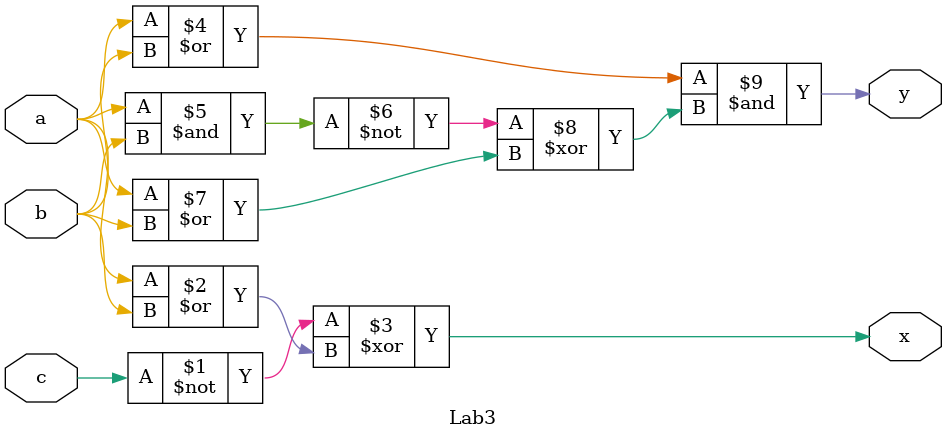
<source format=sv>
module Lab3(
    input logic a, b, c,
    output logic x, y
    );

   assign x = ~c ^ (a | b);
   assign y = ((a | b) & ((~(a & b)) ^ (a | b)));
endmodule

</source>
